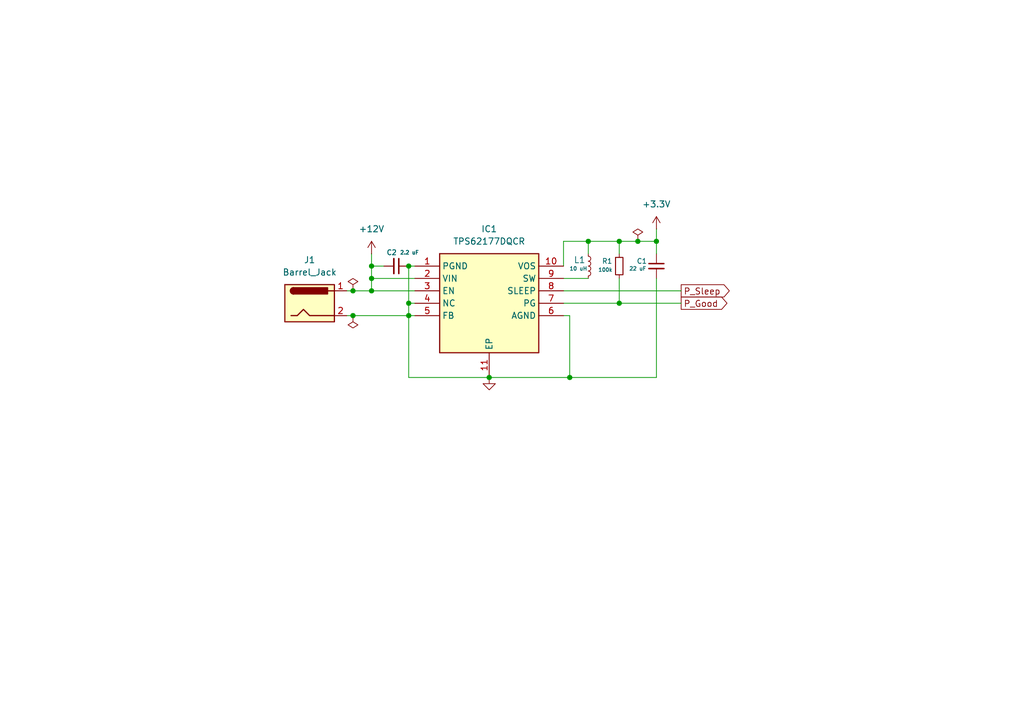
<source format=kicad_sch>
(kicad_sch (version 20250114) (generator "eeschema") (generator_version "9.0")
  (paper "A5")
  (lib_symbols
    (symbol "Connector:Barrel_Jack" (pin_names (offset 1.016))
      (property "Reference" "J" (at 0 5.334 0))
      (property "Value" "Barrel_Jack" (at 0 -5.08 0))
      (symbol "Barrel_Jack_0_1"
        (rectangle (start -5.08 3.81) (end 5.08 -3.81) (stroke (width 0.254)) (fill (type background)))
        (polyline (pts (xy -3.81 -2.54) (xy -2.54 -2.54) (xy -1.27 -1.27) (xy 0 -2.54) (xy 2.54 -2.54) (xy 5.08 -2.54)) (stroke (width 0.254)))
        (arc (start -3.302 1.905) (mid -3.9343 2.54) (end -3.302 3.175) (stroke (width 0.254)))
        (arc (start -3.302 1.905) (mid -3.9343 2.54) (end -3.302 3.175) (stroke (width 0.254)) (fill (type outline)))
        (rectangle (start 3.683 3.175) (end -3.302 1.905) (stroke (width 0.254)) (fill (type outline)))
        (polyline (pts (xy 5.08 2.54) (xy 3.81 2.54)) (stroke (width 0.254)))
      )
      (symbol "Barrel_Jack_1_1"
        (pin passive line (at 7.62 2.54 180) (length 2.54) (name "~") (number "1"))
        (pin passive line (at 7.62 -2.54 180) (length 2.54) (name "~") (number "2"))
      )
    )
    (symbol "Device:C_Small" (pin_numbers (hide yes)) (pin_names (offset 0.254) (hide yes))
      (property "Reference" "C" (at 0.254 1.778 0))
      (property "Value" "C_Small" (at 0.254 -2.032 0))
      (symbol "C_Small_0_1"
        (polyline (pts (xy -1.524 0.508) (xy 1.524 0.508)) (stroke (width 0.3048)))
        (polyline (pts (xy -1.524 -0.508) (xy 1.524 -0.508)) (stroke (width 0.3302)))
      )
      (symbol "C_Small_1_1"
        (pin passive line (at 0 2.54 270) (length 2.032) (name "~") (number "1"))
        (pin passive line (at 0 -2.54 90) (length 2.032) (name "~") (number "2"))
      )
    )
    (symbol "Device:L_Small" (pin_numbers (hide yes)) (pin_names (offset 0.254) (hide yes))
      (property "Reference" "L" (at 0.762 1.016 0))
      (property "Value" "L_Small" (at 0.762 -1.016 0))
      (symbol "L_Small_0_1"
        (arc (start 0 2.032) (mid 0.5058 1.524) (end 0 1.016))
        (arc (start 0 1.016) (mid 0.5058 0.508) (end 0 0))
        (arc (start 0 0) (mid 0.5058 -0.508) (end 0 -1.016))
        (arc (start 0 -1.016) (mid 0.5058 -1.524) (end 0 -2.032))
      )
      (symbol "L_Small_1_1"
        (pin passive line (at 0 2.54 270) (length 0.508) (name "~") (number "1"))
        (pin passive line (at 0 -2.54 90) (length 0.508) (name "~") (number "2"))
      )
    )
    (symbol "Device:R_Small" (pin_numbers (hide yes)) (pin_names (offset 0.254) (hide yes))
      (property "Reference" "R" (at 0 0 90))
      (property "Value" "R_Small" (at 1.778 0 90))
      (symbol "R_Small_0_1"
        (rectangle (start -0.762 1.778) (end 0.762 -1.778) (stroke (width 0.2032)))
      )
      (symbol "R_Small_1_1"
        (pin passive line (at 0 2.54 270) (length 0.762) (name "~") (number "1"))
        (pin passive line (at 0 -2.54 90) (length 0.762) (name "~") (number "2"))
      )
    )
    (symbol "SamacSys_Parts:TPS62177DQCR"
      (property "Reference" "IC1" (at 15.24 7.62 0))
      (property "Value" "TPS62177DQCR" (at 15.24 5.08 0))
      (symbol "TPS62177DQCR_1_1"
        (rectangle (start 5.08 2.54) (end 25.4 -17.78) (stroke (width 0.254)) (fill (type background)))
        (pin passive line (at 0 0 0) (length 5.08) (name "PGND") (number "1"))
        (pin passive line (at 0 -2.54 0) (length 5.08) (name "VIN") (number "2"))
        (pin passive line (at 0 -5.08 0) (length 5.08) (name "EN") (number "3"))
        (pin free line (at 0 -7.62 0) (length 5.08) (name "NC") (number "4"))
        (pin passive line (at 0 -10.16 0) (length 5.08) (name "FB") (number "5"))
        (pin passive line (at 15.24 -22.86 90) (length 5.08) (name "EP") (number "11"))
        (pin passive line (at 30.48 0 180) (length 5.08) (name "VOS") (number "10"))
        (pin passive line (at 30.48 -2.54 180) (length 5.08) (name "SW") (number "9"))
        (pin passive line (at 30.48 -5.08 180) (length 5.08) (name "SLEEP") (number "8"))
        (pin passive line (at 30.48 -7.62 180) (length 5.08) (name "PG") (number "7"))
        (pin passive line (at 30.48 -10.16 180) (length 5.08) (name "AGND") (number "6"))
      )
    )
    (symbol "power:+12V" (power) (pin_numbers (hide yes)) (pin_names (offset 0) (hide yes))
      (property "Value" "+12V" (at 0 3.556 0))
      (symbol "+12V_0_1"
        (polyline (pts (xy -0.762 1.27) (xy 0 2.54)))
        (polyline (pts (xy 0 2.54) (xy 0.762 1.27)))
        (polyline (pts (xy 0 0) (xy 0 2.54)))
      )
      (symbol "+12V_1_1"
        (pin power_in line (at 0 0 90) (length 0) (name "~") (number "1"))
      )
    )
    (symbol "power:+3.3V" (power) (pin_numbers (hide yes)) (pin_names (offset 0) (hide yes))
      (property "Value" "+3.3V" (at 0 3.556 0))
      (symbol "+3.3V_0_1"
        (polyline (pts (xy -0.762 1.27) (xy 0 2.54)))
        (polyline (pts (xy 0 2.54) (xy 0.762 1.27)))
        (polyline (pts (xy 0 0) (xy 0 2.54)))
      )
      (symbol "+3.3V_1_1"
        (pin power_in line (at 0 0 90) (length 0) (name "~") (number "1"))
      )
    )
    (symbol "power:GND" (power) (pin_numbers (hide yes)) (pin_names (offset 0) (hide yes))
      (property "Value" "GND" (at 0 -3.81 0))
      (symbol "GND_0_1"
        (polyline (pts (xy 0 0) (xy 0 -1.27) (xy 1.27 -1.27) (xy 0 -2.54) (xy -1.27 -1.27) (xy 0 -1.27)))
      )
      (symbol "GND_1_1"
        (pin power_in line (at 0 0 270) (length 0) (name "~") (number "1"))
      )
    )
    (symbol "power:PWR_FLAG" (power) (pin_numbers (hide yes)) (pin_names (offset 0) (hide yes))
      (property "Value" "PWR_FLAG" (at 0 3.81 0))
      (symbol "PWR_FLAG_0_0"
        (pin power_out line (at 0 0 90) (length 0) (name "~") (number "1"))
      )
      (symbol "PWR_FLAG_0_1"
        (polyline (pts (xy 0 0) (xy 0 1.27) (xy -1.016 1.905) (xy 0 2.54) (xy 1.016 1.905) (xy 0 1.27)))
      )
    )
  )
  (junction (at 134.62 49.53))
  (junction (at 76.2 54.61))
  (junction (at 83.82 62.23))
  (junction (at 127 62.23))
  (junction (at 83.82 54.61))
  (junction (at 127 49.53))
  (junction (at 72.39 59.69))
  (junction (at 130.81 49.53))
  (junction (at 116.84 77.47))
  (junction (at 83.82 64.77))
  (junction (at 120.65 49.53))
  (junction (at 76.2 59.69))
  (junction (at 72.39 64.77))
  (junction (at 76.2 57.15))
  (junction (at 100.33 77.47))
  (wire (pts (xy 120.65 49.53) (xy 127 49.53)))
  (wire (pts (xy 83.82 64.77) (xy 83.82 77.47)))
  (wire (pts (xy 115.57 57.15) (xy 120.65 57.15)))
  (wire (pts (xy 134.62 46.99) (xy 134.62 49.53)))
  (wire (pts (xy 139.7 59.69) (xy 115.57 59.69)))
  (wire (pts (xy 120.65 49.53) (xy 120.65 52.07)))
  (wire (pts (xy 115.57 54.61) (xy 115.57 49.53)))
  (wire (pts (xy 83.82 64.77) (xy 85.09 64.77)))
  (wire (pts (xy 85.09 54.61) (xy 83.82 54.61)))
  (wire (pts (xy 130.81 49.53) (xy 134.62 49.53)))
  (wire (pts (xy 71.12 59.69) (xy 72.39 59.69)))
  (wire (pts (xy 134.62 57.15) (xy 134.62 77.47)))
  (wire (pts (xy 76.2 59.69) (xy 85.09 59.69)))
  (wire (pts (xy 83.82 62.23) (xy 83.82 64.77)))
  (wire (pts (xy 83.82 64.77) (xy 72.39 64.77)))
  (wire (pts (xy 130.81 49.53) (xy 127 49.53)))
  (wire (pts (xy 76.2 54.61) (xy 78.74 54.61)))
  (wire (pts (xy 116.84 64.77) (xy 116.84 77.47)))
  (wire (pts (xy 134.62 77.47) (xy 116.84 77.47)))
  (wire (pts (xy 134.62 52.07) (xy 134.62 49.53)))
  (wire (pts (xy 116.84 77.47) (xy 100.33 77.47)))
  (wire (pts (xy 127 62.23) (xy 139.7 62.23)))
  (wire (pts (xy 76.2 54.61) (xy 76.2 57.15)))
  (wire (pts (xy 72.39 64.77) (xy 71.12 64.77)))
  (wire (pts (xy 76.2 57.15) (xy 76.2 59.69)))
  (wire (pts (xy 115.57 64.77) (xy 116.84 64.77)))
  (wire (pts (xy 127 52.07) (xy 127 49.53)))
  (wire (pts (xy 115.57 49.53) (xy 120.65 49.53)))
  (wire (pts (xy 127 62.23) (xy 127 57.15)))
  (wire (pts (xy 72.39 59.69) (xy 76.2 59.69)))
  (wire (pts (xy 115.57 62.23) (xy 127 62.23)))
  (wire (pts (xy 83.82 62.23) (xy 85.09 62.23)))
  (wire (pts (xy 76.2 52.07) (xy 76.2 54.61)))
  (wire (pts (xy 83.82 77.47) (xy 100.33 77.47)))
  (wire (pts (xy 76.2 57.15) (xy 85.09 57.15)))
  (wire (pts (xy 83.82 54.61) (xy 83.82 62.23)))
  (global_label "P_Good" (shape output) (at 139.7 62.23 0) (property "Intersheetrefs" "${INTERSHEET_REFS}" (effects (hide yes))))
  (global_label "P_Sleep" (shape output) (at 139.7 59.69 0) (property "Intersheetrefs" "${INTERSHEET_REFS}" (effects (hide yes))))
  (symbol (lib_id "power:GND") (at 100.33 77.47 0) (unit 1)
    (property "Reference" "#PWR02" (effects (hide yes)))
    (property "Value" "GND" (effects (hide yes)))
    (property "Description" "Power symbol creates a global label with name \"GND\" , ground" (effects (hide yes)))
  )
  (symbol (lib_id "power:+12V") (at 76.2 52.07 0) (unit 1)
    (property "Reference" "#PWR01" (effects (hide yes)))
    (property "Value" "+12V" (at 76.2 46.99 0))
    (property "Description" "Power symbol creates a global label with name \"+12V\"" (effects (hide yes)))
  )
  (symbol (lib_id "Device:R_Small") (at 127 54.61 0) (unit 1)
    (property "Reference" "R1" (at 123.444 53.594 0) (effects (font (size 1.016 1.016)) (justify left)))
    (property "Value" "100k" (at 122.682 55.372 0) (effects (font (size 0.762 0.762)) (justify left)))
    (property "Footprint" "Resistor_SMD:R_0402_1005Metric" (effects (hide yes)))
    (property "Description" "Resistor, small symbol" (effects (hide yes)))
  )
  (symbol (lib_id "SamacSys_Parts:TPS62177DQCR") (at 85.09 54.61 0) (unit 1)
    (property "Reference" "IC1" (at 100.33 46.99 0))
    (property "Value" "TPS62177DQCR" (at 100.33 49.53 0))
    (property "Footprint" "SamacSys_Parts:SON50P200X300X80-11N" (effects (hide yes)))
    (property "Datasheet" "http://www.ti.com/general/docs/lit/getliterature.tsp?genericPartNumber=TPS62177&&fileType=pdf" (effects (hide yes)))
    (property "Description" "TEXAS INSTRUMENTS - TPS62177DQCR - DC/DC CONV, SYNC BUCK, 1MHZ, WSON-10" (effects (hide yes)))
    (property "Height" "0.8" (effects (hide yes)))
    (property "Mouser Part Number" "595-TPS62177DQCR" (effects (hide yes)))
    (property "Mouser Price/Stock" "https://www.mouser.co.uk/ProductDetail/Texas-Instruments/TPS62177DQCR?qs=E2%2FxqS9xjzqbR7njM%2FaBpg%3D%3D" (effects (hide yes)))
    (property "Manufacturer_Name" "Texas Instruments" (effects (hide yes)))
    (property "Manufacturer_Part_Number" "TPS62177DQCR" (effects (hide yes)))
  )
  (symbol (lib_id "power:PWR_FLAG") (at 130.81 49.53 0) (unit 1)
    (property "Reference" "#FLG03" (effects (hide yes)))
    (property "Value" "PWR_FLAG" (effects (hide yes)))
    (property "Description" "Special symbol for telling ERC where power comes from" (effects (hide yes)))
  )
  (symbol (lib_id "power:+3.3V") (at 134.62 46.99 0) (unit 1)
    (property "Reference" "#PWR05" (effects (hide yes)))
    (property "Value" "+3.3V" (at 134.62 41.91 0))
    (property "Description" "Power symbol creates a global label with name \"+3.3V\"" (effects (hide yes)))
  )
  (symbol (lib_id "Device:C_Small") (at 81.28 54.61 270) (unit 1)
    (property "Reference" "C2" (at 79.248 51.816 90) (effects (font (size 1.016 1.016)) (justify left)))
    (property "Value" "2.2 uF" (at 82.042 51.816 90) (effects (font (size 0.762 0.762)) (justify left)))
    (property "Footprint" "Capacitor_SMD:C_0402_1005Metric" (effects (hide yes)))
    (property "Description" "Unpolarized capacitor, small symbol" (effects (hide yes)))
  )
  (symbol (lib_id "Connector:Barrel_Jack") (at 63.5 62.23 0) (unit 1)
    (property "Reference" "J1" (at 63.5 53.34 0))
    (property "Value" "Barrel_Jack" (at 63.5 55.88 0))
    (property "Footprint" "Connector_BarrelJack:BarrelJack_SwitchcraftConxall_RAPC10U_Horizontal" (effects (hide yes)))
    (property "Description" "DC Barrel Jack" (effects (hide yes)))
  )
  (symbol (lib_id "Device:C_Small") (at 134.62 54.61 0) (unit 1)
    (property "Reference" "C1" (at 130.556 53.594 0) (effects (font (size 1.016 1.016)) (justify left)))
    (property "Value" "22 uF" (at 129.032 55.118 0) (effects (font (size 0.762 0.762)) (justify left)))
    (property "Footprint" "Capacitor_SMD:C_0402_1005Metric" (effects (hide yes)))
    (property "Description" "Unpolarized capacitor, small symbol" (effects (hide yes)))
  )
  (symbol (lib_id "power:PWR_FLAG") (at 72.39 64.77 180) (unit 1)
    (property "Reference" "#FLG03" (effects (hide yes)))
    (property "Value" "PWR_FLAG" (effects (hide yes)))
    (property "Description" "Special symbol for telling ERC where power comes from" (effects (hide yes)))
  )
  (symbol (lib_id "power:PWR_FLAG") (at 72.39 59.69 0) (unit 1)
    (property "Reference" "#FLG02" (effects (hide yes)))
    (property "Value" "PWR_FLAG" (effects (hide yes)))
    (property "Description" "Special symbol for telling ERC where power comes from" (effects (hide yes)))
  )
  (symbol (lib_id "Device:L_Small") (at 120.65 54.61 0) (unit 1)
    (property "Reference" "L1" (at 118.872 53.34 0))
    (property "Value" "10 uH" (at 118.618 55.118 0) (effects (font (size 0.762 0.762))))
    (property "Footprint" "Inductor_SMD:L_Coilcraft_LPS4018" (effects (hide yes)))
    (property "Description" "Inductor, small symbol" (effects (hide yes)))
  )
)
</source>
